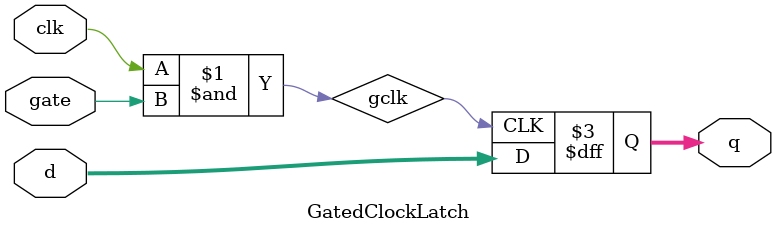
<source format=sv>
module GatedClockLatch #(parameter DW=8) (
    input clk, gate,
    input [DW-1:0] d,
    output reg [DW-1:0] q
);
wire gclk = clk & gate;
always @(posedge gclk)
    q <= d;
endmodule
</source>
